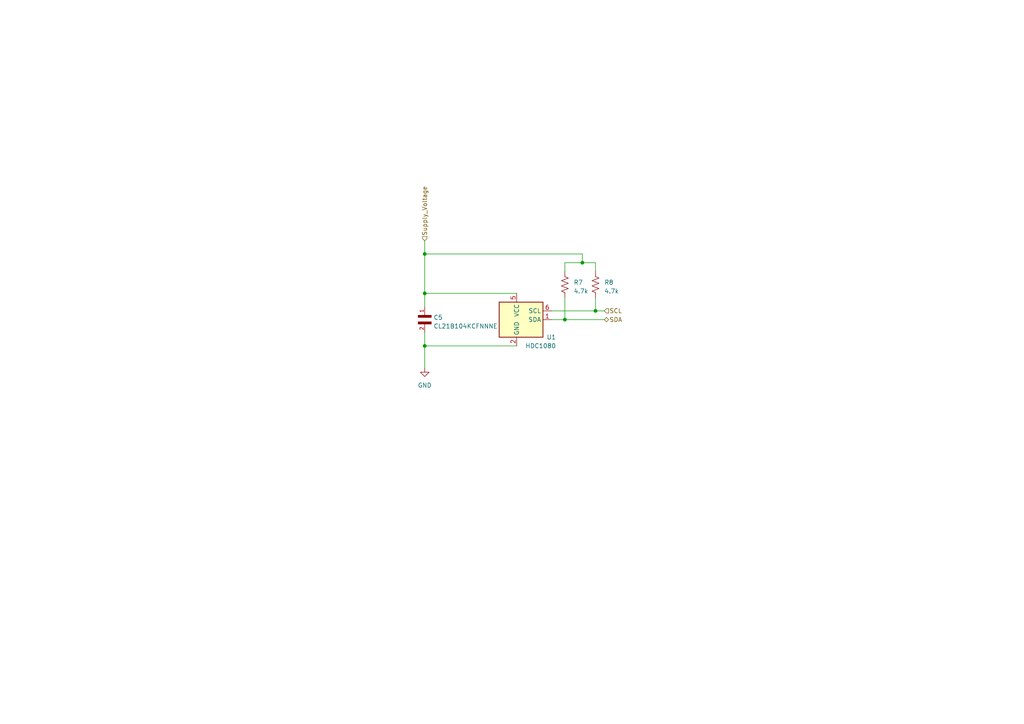
<source format=kicad_sch>
(kicad_sch (version 20230121) (generator eeschema)

  (uuid e8cddfc0-77d8-4750-b72f-ff64a39e7150)

  (paper "A4")

  (title_block
    (title "3088_group22_design")
    (date "2023-03-20")
    (rev "3")
    (company "University of capetown")
  )

  (lib_symbols
    (symbol "CL21B104KCFNNNE:CL21B104KCFNNNE" (pin_names (offset 1.016) hide) (in_bom yes) (on_board yes)
      (property "Reference" "C" (at 0 3.81 0)
        (effects (font (size 1.27 1.27)) (justify left bottom))
      )
      (property "Value" "CL21B104KCFNNNE" (at 0 -5.08 0)
        (effects (font (size 1.27 1.27)) (justify left bottom))
      )
      (property "Footprint" "CAPC2012X140N" (at 0 0 0)
        (effects (font (size 1.27 1.27)) (justify left bottom) hide)
      )
      (property "Datasheet" "" (at 0 0 0)
        (effects (font (size 1.27 1.27)) (justify left bottom) hide)
      )
      (property "Availability" "In Stock" (at 0 0 0)
        (effects (font (size 1.27 1.27)) (justify left bottom) hide)
      )
      (property "MP" "CL21B104KCFNNNE" (at 0 0 0)
        (effects (font (size 1.27 1.27)) (justify left bottom) hide)
      )
      (property "Purchase-URL" "https://pricing.snapeda.com/search/part/CL21B104KCFNNNE/?ref=eda" (at 0 0 0)
        (effects (font (size 1.27 1.27)) (justify left bottom) hide)
      )
      (property "Package" "0805 Samsung" (at 0 0 0)
        (effects (font (size 1.27 1.27)) (justify left bottom) hide)
      )
      (property "MF" "Samsung" (at 0 0 0)
        (effects (font (size 1.27 1.27)) (justify left bottom) hide)
      )
      (property "Price" "None" (at 0 0 0)
        (effects (font (size 1.27 1.27)) (justify left bottom) hide)
      )
      (property "Description" "\\n0.1 µF ±10% 100V Ceramic Capacitor X7R 0805 (2012 Metric)\\n" (at 0 0 0)
        (effects (font (size 1.27 1.27)) (justify left bottom) hide)
      )
      (property "ki_locked" "" (at 0 0 0)
        (effects (font (size 1.27 1.27)))
      )
      (symbol "CL21B104KCFNNNE_0_0"
        (rectangle (start 0 -1.905) (end 0.635 1.905)
          (stroke (width 0) (type solid))
          (fill (type outline))
        )
        (rectangle (start 1.905 -1.905) (end 2.54 1.905)
          (stroke (width 0) (type solid))
          (fill (type outline))
        )
        (pin passive line (at 5.08 0 180) (length 2.54)
          (name "~" (effects (font (size 1.016 1.016))))
          (number "1" (effects (font (size 1.016 1.016))))
        )
        (pin passive line (at -2.54 0 0) (length 2.54)
          (name "~" (effects (font (size 1.016 1.016))))
          (number "2" (effects (font (size 1.016 1.016))))
        )
      )
    )
    (symbol "Device:R_US" (pin_numbers hide) (pin_names (offset 0)) (in_bom yes) (on_board yes)
      (property "Reference" "R" (at 2.54 0 90)
        (effects (font (size 1.27 1.27)))
      )
      (property "Value" "R_US" (at -2.54 0 90)
        (effects (font (size 1.27 1.27)))
      )
      (property "Footprint" "" (at 1.016 -0.254 90)
        (effects (font (size 1.27 1.27)) hide)
      )
      (property "Datasheet" "~" (at 0 0 0)
        (effects (font (size 1.27 1.27)) hide)
      )
      (property "ki_keywords" "R res resistor" (at 0 0 0)
        (effects (font (size 1.27 1.27)) hide)
      )
      (property "ki_description" "Resistor, US symbol" (at 0 0 0)
        (effects (font (size 1.27 1.27)) hide)
      )
      (property "ki_fp_filters" "R_*" (at 0 0 0)
        (effects (font (size 1.27 1.27)) hide)
      )
      (symbol "R_US_0_1"
        (polyline
          (pts
            (xy 0 -2.286)
            (xy 0 -2.54)
          )
          (stroke (width 0) (type default))
          (fill (type none))
        )
        (polyline
          (pts
            (xy 0 2.286)
            (xy 0 2.54)
          )
          (stroke (width 0) (type default))
          (fill (type none))
        )
        (polyline
          (pts
            (xy 0 -0.762)
            (xy 1.016 -1.143)
            (xy 0 -1.524)
            (xy -1.016 -1.905)
            (xy 0 -2.286)
          )
          (stroke (width 0) (type default))
          (fill (type none))
        )
        (polyline
          (pts
            (xy 0 0.762)
            (xy 1.016 0.381)
            (xy 0 0)
            (xy -1.016 -0.381)
            (xy 0 -0.762)
          )
          (stroke (width 0) (type default))
          (fill (type none))
        )
        (polyline
          (pts
            (xy 0 2.286)
            (xy 1.016 1.905)
            (xy 0 1.524)
            (xy -1.016 1.143)
            (xy 0 0.762)
          )
          (stroke (width 0) (type default))
          (fill (type none))
        )
      )
      (symbol "R_US_1_1"
        (pin passive line (at 0 3.81 270) (length 1.27)
          (name "~" (effects (font (size 1.27 1.27))))
          (number "1" (effects (font (size 1.27 1.27))))
        )
        (pin passive line (at 0 -3.81 90) (length 1.27)
          (name "~" (effects (font (size 1.27 1.27))))
          (number "2" (effects (font (size 1.27 1.27))))
        )
      )
    )
    (symbol "Sensor_Humidity:HDC1080" (in_bom yes) (on_board yes)
      (property "Reference" "U" (at -6.35 6.35 0)
        (effects (font (size 1.27 1.27)))
      )
      (property "Value" "HDC1080" (at 3.81 6.35 0)
        (effects (font (size 1.27 1.27)))
      )
      (property "Footprint" "Package_SON:Texas_PWSON-N6" (at -1.27 -6.35 0)
        (effects (font (size 1.27 1.27)) (justify left) hide)
      )
      (property "Datasheet" "http://www.ti.com/lit/ds/symlink/hdc1080.pdf" (at -10.16 6.35 0)
        (effects (font (size 1.27 1.27)) hide)
      )
      (property "ki_keywords" "Temperature Humidity Sensor" (at 0 0 0)
        (effects (font (size 1.27 1.27)) hide)
      )
      (property "ki_description" "Low Power,High Accuracy Digital Humidity Sensor with Temperature Sensor" (at 0 0 0)
        (effects (font (size 1.27 1.27)) hide)
      )
      (property "ki_fp_filters" "Package*SON:Texas*PWSON*N6*" (at 0 0 0)
        (effects (font (size 1.27 1.27)) hide)
      )
      (symbol "HDC1080_0_1"
        (rectangle (start -7.62 5.08) (end 5.08 -5.08)
          (stroke (width 0.254) (type default))
          (fill (type background))
        )
      )
      (symbol "HDC1080_1_1"
        (pin bidirectional line (at 7.62 0 180) (length 2.54)
          (name "SDA" (effects (font (size 1.27 1.27))))
          (number "1" (effects (font (size 1.27 1.27))))
        )
        (pin power_in line (at -2.54 -7.62 90) (length 2.54)
          (name "GND" (effects (font (size 1.27 1.27))))
          (number "2" (effects (font (size 1.27 1.27))))
        )
        (pin no_connect line (at -7.62 0 0) (length 2.54) hide
          (name "NC" (effects (font (size 1.27 1.27))))
          (number "3" (effects (font (size 1.27 1.27))))
        )
        (pin no_connect line (at -7.62 -2.54 0) (length 2.54) hide
          (name "NC" (effects (font (size 1.27 1.27))))
          (number "4" (effects (font (size 1.27 1.27))))
        )
        (pin power_in line (at -2.54 7.62 270) (length 2.54)
          (name "VCC" (effects (font (size 1.27 1.27))))
          (number "5" (effects (font (size 1.27 1.27))))
        )
        (pin input line (at 7.62 2.54 180) (length 2.54)
          (name "SCL" (effects (font (size 1.27 1.27))))
          (number "6" (effects (font (size 1.27 1.27))))
        )
        (pin no_connect line (at -7.62 2.54 0) (length 2.54) hide
          (name "DAP" (effects (font (size 1.27 1.27))))
          (number "7" (effects (font (size 1.27 1.27))))
        )
      )
    )
    (symbol "power:GND" (power) (pin_names (offset 0)) (in_bom yes) (on_board yes)
      (property "Reference" "#PWR" (at 0 -6.35 0)
        (effects (font (size 1.27 1.27)) hide)
      )
      (property "Value" "GND" (at 0 -3.81 0)
        (effects (font (size 1.27 1.27)))
      )
      (property "Footprint" "" (at 0 0 0)
        (effects (font (size 1.27 1.27)) hide)
      )
      (property "Datasheet" "" (at 0 0 0)
        (effects (font (size 1.27 1.27)) hide)
      )
      (property "ki_keywords" "global power" (at 0 0 0)
        (effects (font (size 1.27 1.27)) hide)
      )
      (property "ki_description" "Power symbol creates a global label with name \"GND\" , ground" (at 0 0 0)
        (effects (font (size 1.27 1.27)) hide)
      )
      (symbol "GND_0_1"
        (polyline
          (pts
            (xy 0 0)
            (xy 0 -1.27)
            (xy 1.27 -1.27)
            (xy 0 -2.54)
            (xy -1.27 -1.27)
            (xy 0 -1.27)
          )
          (stroke (width 0) (type default))
          (fill (type none))
        )
      )
      (symbol "GND_1_1"
        (pin power_in line (at 0 0 270) (length 0) hide
          (name "GND" (effects (font (size 1.27 1.27))))
          (number "1" (effects (font (size 1.27 1.27))))
        )
      )
    )
  )

  (junction (at 123.19 73.66) (diameter 0) (color 0 0 0 0)
    (uuid 10f21f38-82f3-4919-a8fd-30134b64758b)
  )
  (junction (at 123.19 100.33) (diameter 0) (color 0 0 0 0)
    (uuid 135d671a-5585-4ce4-a430-d86c98003632)
  )
  (junction (at 172.72 90.17) (diameter 0) (color 0 0 0 0)
    (uuid 38b34835-f8c5-4e70-b2ab-1859ac9d3544)
  )
  (junction (at 168.91 76.2) (diameter 0) (color 0 0 0 0)
    (uuid a7c13c33-6c33-4736-b391-428fd8e29692)
  )
  (junction (at 123.19 85.09) (diameter 0) (color 0 0 0 0)
    (uuid aa04b7c2-7f18-4801-b418-791f5a01a0de)
  )
  (junction (at 163.83 92.71) (diameter 0) (color 0 0 0 0)
    (uuid ff7275de-c478-482d-8b57-2b3c048d9bc3)
  )

  (wire (pts (xy 172.72 86.36) (xy 172.72 90.17))
    (stroke (width 0) (type default))
    (uuid 016e4c31-f6c1-4e52-84de-f418758fea6c)
  )
  (wire (pts (xy 123.19 73.66) (xy 123.19 85.09))
    (stroke (width 0) (type default))
    (uuid 083c60b6-9e4a-4c00-b521-d298f8510d94)
  )
  (wire (pts (xy 160.02 92.71) (xy 163.83 92.71))
    (stroke (width 0) (type default))
    (uuid 0856a660-0051-4229-bcfa-76af1f50f202)
  )
  (wire (pts (xy 172.72 90.17) (xy 175.26 90.17))
    (stroke (width 0) (type default))
    (uuid 296779ba-8294-4bd0-8e4b-40b8579ae9fc)
  )
  (wire (pts (xy 163.83 92.71) (xy 175.26 92.71))
    (stroke (width 0) (type default))
    (uuid 2ac0fb65-baee-4989-99ef-0b905a0158ee)
  )
  (wire (pts (xy 172.72 78.74) (xy 172.72 76.2))
    (stroke (width 0) (type default))
    (uuid 4356b491-bc26-4225-9e60-0d501ec7a962)
  )
  (wire (pts (xy 168.91 73.66) (xy 168.91 76.2))
    (stroke (width 0) (type default))
    (uuid 4b8866e2-b243-4588-9b0d-65868eecf674)
  )
  (wire (pts (xy 172.72 76.2) (xy 168.91 76.2))
    (stroke (width 0) (type default))
    (uuid 4e4d36e4-eca1-4ec2-bb54-4e284f99d01a)
  )
  (wire (pts (xy 163.83 76.2) (xy 163.83 78.74))
    (stroke (width 0) (type default))
    (uuid 730567a8-ce11-4735-85ac-5886609b0af7)
  )
  (wire (pts (xy 123.19 85.09) (xy 149.86 85.09))
    (stroke (width 0) (type default))
    (uuid 7d33786c-ed60-4526-b848-374574e151e4)
  )
  (wire (pts (xy 123.19 96.52) (xy 123.19 100.33))
    (stroke (width 0) (type default))
    (uuid 8ca45fbc-1e49-4cef-b80b-25d40aa7a33f)
  )
  (wire (pts (xy 160.02 90.17) (xy 172.72 90.17))
    (stroke (width 0) (type default))
    (uuid 939cf43b-89a7-4500-98fa-791cecd4f697)
  )
  (wire (pts (xy 163.83 86.36) (xy 163.83 92.71))
    (stroke (width 0) (type default))
    (uuid 960900d0-00cd-4657-a18c-2a431e0bb753)
  )
  (wire (pts (xy 123.19 73.66) (xy 168.91 73.66))
    (stroke (width 0) (type default))
    (uuid 9bb006bf-7f8f-49db-bc97-6254fe8a98b1)
  )
  (wire (pts (xy 123.19 100.33) (xy 123.19 106.68))
    (stroke (width 0) (type default))
    (uuid 9feb18ae-4a91-4765-8f50-0e6226f6d4f9)
  )
  (wire (pts (xy 123.19 100.33) (xy 149.86 100.33))
    (stroke (width 0) (type default))
    (uuid bd41740c-7efa-4ead-b7c3-8b5420363025)
  )
  (wire (pts (xy 168.91 76.2) (xy 163.83 76.2))
    (stroke (width 0) (type default))
    (uuid c1231cd0-21f1-4e00-b059-09eab2a977f2)
  )
  (wire (pts (xy 123.19 69.85) (xy 123.19 73.66))
    (stroke (width 0) (type default))
    (uuid effb64c2-84f7-4f31-bc98-63d902212882)
  )
  (wire (pts (xy 123.19 85.09) (xy 123.19 88.9))
    (stroke (width 0) (type default))
    (uuid fe0366fb-17ee-48e0-a3d5-8ce2a73efe8d)
  )

  (hierarchical_label "Supply_Voltage" (shape input) (at 123.19 69.85 90) (fields_autoplaced)
    (effects (font (size 1.27 1.27)) (justify left))
    (uuid 10d54e12-3bc8-4725-9fed-4aaa791bbc3a)
  )
  (hierarchical_label "SDA" (shape bidirectional) (at 175.26 92.71 0) (fields_autoplaced)
    (effects (font (size 1.27 1.27)) (justify left))
    (uuid 17ae025f-c04b-4f0b-81a4-e8cbe247511d)
  )
  (hierarchical_label "SCL" (shape input) (at 175.26 90.17 0) (fields_autoplaced)
    (effects (font (size 1.27 1.27)) (justify left))
    (uuid ed4563a4-99f2-4f88-a4f9-527289055c84)
  )

  (symbol (lib_id "CL21B104KCFNNNE:CL21B104KCFNNNE") (at 123.19 93.98 90) (unit 1)
    (in_bom yes) (on_board yes) (dnp no) (fields_autoplaced)
    (uuid 2cefa298-6a65-4398-aeb9-b876afb24c5c)
    (property "Reference" "C5" (at 125.73 92.075 90)
      (effects (font (size 1.27 1.27)) (justify right))
    )
    (property "Value" "CL21B104KCFNNNE" (at 125.73 94.615 90)
      (effects (font (size 1.27 1.27)) (justify right))
    )
    (property "Footprint" "CL21B104KCFNNNE:CAPC2012X140N" (at 123.19 93.98 0)
      (effects (font (size 1.27 1.27)) (justify left bottom) hide)
    )
    (property "Datasheet" "" (at 123.19 93.98 0)
      (effects (font (size 1.27 1.27)) (justify left bottom) hide)
    )
    (property "Availability" "In Stock" (at 123.19 93.98 0)
      (effects (font (size 1.27 1.27)) (justify left bottom) hide)
    )
    (property "MP" "CL21B104KCFNNNE" (at 123.19 93.98 0)
      (effects (font (size 1.27 1.27)) (justify left bottom) hide)
    )
    (property "Purchase-URL" "https://pricing.snapeda.com/search/part/CL21B104KCFNNNE/?ref=eda" (at 123.19 93.98 0)
      (effects (font (size 1.27 1.27)) (justify left bottom) hide)
    )
    (property "Package" "0805 Samsung" (at 123.19 93.98 0)
      (effects (font (size 1.27 1.27)) (justify left bottom) hide)
    )
    (property "MF" "Samsung" (at 123.19 93.98 0)
      (effects (font (size 1.27 1.27)) (justify left bottom) hide)
    )
    (property "Price" "None" (at 123.19 93.98 0)
      (effects (font (size 1.27 1.27)) (justify left bottom) hide)
    )
    (property "Description" "\\n0.1 µF ±10% 100V Ceramic Capacitor X7R 0805 (2012 Metric)\\n" (at 123.19 93.98 0)
      (effects (font (size 1.27 1.27)) (justify left bottom) hide)
    )
    (pin "1" (uuid 6a39053b-f03f-4b62-bca4-3047846ea65d))
    (pin "2" (uuid 114df257-acce-48e7-840f-5be6f76bc406))
    (instances
      (project "overall scematic"
        (path "/9230863d-68c5-4e85-a5d4-0f54ecfbae5b/8c854172-02c8-417f-bf92-0562f4d1bdee"
          (reference "C5") (unit 1)
        )
      )
    )
  )

  (symbol (lib_id "Sensor_Humidity:HDC1080") (at 152.4 92.71 0) (unit 1)
    (in_bom yes) (on_board yes) (dnp no)
    (uuid 7f7668fb-2dd3-4bc9-82a7-c32c5f6ede0a)
    (property "Reference" "U1" (at 161.29 97.79 0)
      (effects (font (size 1.27 1.27)) (justify right))
    )
    (property "Value" "HDC1080" (at 161.29 100.33 0)
      (effects (font (size 1.27 1.27)) (justify right))
    )
    (property "Footprint" "Package_SON:Texas_PWSON-N6" (at 151.13 99.06 0)
      (effects (font (size 1.27 1.27)) (justify left) hide)
    )
    (property "Datasheet" "http://www.ti.com/lit/ds/symlink/hdc1080.pdf" (at 142.24 86.36 0)
      (effects (font (size 1.27 1.27)) hide)
    )
    (pin "1" (uuid 072a5b5a-1439-4754-bc9c-1e90f6e435bd))
    (pin "2" (uuid 9d545376-c794-4be1-a881-6266770c0a63))
    (pin "3" (uuid 39f9e742-8d9f-4ffc-b16a-d564024ec8df))
    (pin "4" (uuid 9ee620fa-c978-4a6a-b9c5-875197b2860e))
    (pin "5" (uuid ce9629be-3af1-450c-9fd6-2ab1fc6bddce))
    (pin "6" (uuid 9c156923-6400-4eee-9e86-a80753296ac6))
    (pin "7" (uuid 464d1514-8118-4b65-a88c-8ca4db455539))
    (instances
      (project "overall scematic"
        (path "/9230863d-68c5-4e85-a5d4-0f54ecfbae5b/8c854172-02c8-417f-bf92-0562f4d1bdee"
          (reference "U1") (unit 1)
        )
      )
    )
  )

  (symbol (lib_id "Device:R_US") (at 163.83 82.55 0) (unit 1)
    (in_bom yes) (on_board yes) (dnp no) (fields_autoplaced)
    (uuid 8bbf471d-7913-4d2c-91b9-aa01a6a0e246)
    (property "Reference" "R7" (at 166.37 81.915 0)
      (effects (font (size 1.27 1.27)) (justify left))
    )
    (property "Value" "4.7k" (at 166.37 84.455 0)
      (effects (font (size 1.27 1.27)) (justify left))
    )
    (property "Footprint" "" (at 164.846 82.804 90)
      (effects (font (size 1.27 1.27)) hide)
    )
    (property "Datasheet" "~" (at 163.83 82.55 0)
      (effects (font (size 1.27 1.27)) hide)
    )
    (pin "1" (uuid b40234f6-2f17-4b88-881b-7ea8c3362603))
    (pin "2" (uuid 5d1e69bc-5626-40fe-9d24-d6ec9cf84bd0))
    (instances
      (project "overall scematic"
        (path "/9230863d-68c5-4e85-a5d4-0f54ecfbae5b/8c854172-02c8-417f-bf92-0562f4d1bdee"
          (reference "R7") (unit 1)
        )
      )
    )
  )

  (symbol (lib_id "Device:R_US") (at 172.72 82.55 0) (unit 1)
    (in_bom yes) (on_board yes) (dnp no) (fields_autoplaced)
    (uuid cf6c0840-4c0f-410d-9451-be6e6e44b3b6)
    (property "Reference" "R8" (at 175.26 81.915 0)
      (effects (font (size 1.27 1.27)) (justify left))
    )
    (property "Value" "4.7k" (at 175.26 84.455 0)
      (effects (font (size 1.27 1.27)) (justify left))
    )
    (property "Footprint" "" (at 173.736 82.804 90)
      (effects (font (size 1.27 1.27)) hide)
    )
    (property "Datasheet" "~" (at 172.72 82.55 0)
      (effects (font (size 1.27 1.27)) hide)
    )
    (pin "1" (uuid 25bd03a9-cf7f-4955-b496-2ff0d63b7676))
    (pin "2" (uuid 3445ece2-47b6-4a1a-8ff1-52bd5fca5034))
    (instances
      (project "overall scematic"
        (path "/9230863d-68c5-4e85-a5d4-0f54ecfbae5b/8c854172-02c8-417f-bf92-0562f4d1bdee"
          (reference "R8") (unit 1)
        )
      )
    )
  )

  (symbol (lib_id "power:GND") (at 123.19 106.68 0) (unit 1)
    (in_bom yes) (on_board yes) (dnp no) (fields_autoplaced)
    (uuid fba67e4f-1f20-40d6-86be-63ec2518fb70)
    (property "Reference" "#PWR0102" (at 123.19 113.03 0)
      (effects (font (size 1.27 1.27)) hide)
    )
    (property "Value" "GND" (at 123.19 111.76 0)
      (effects (font (size 1.27 1.27)))
    )
    (property "Footprint" "" (at 123.19 106.68 0)
      (effects (font (size 1.27 1.27)) hide)
    )
    (property "Datasheet" "" (at 123.19 106.68 0)
      (effects (font (size 1.27 1.27)) hide)
    )
    (pin "1" (uuid 7cff2673-8639-495f-a586-131c5db56a84))
    (instances
      (project "overall scematic"
        (path "/9230863d-68c5-4e85-a5d4-0f54ecfbae5b/8c854172-02c8-417f-bf92-0562f4d1bdee"
          (reference "#PWR0102") (unit 1)
        )
      )
    )
  )
)

</source>
